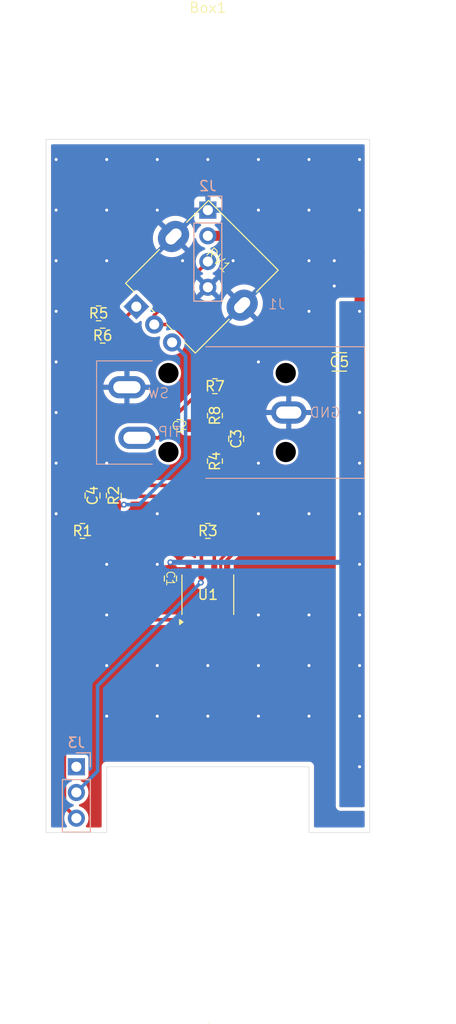
<source format=kicad_pcb>
(kicad_pcb (version 20241229) (generator "pcbnew") (generator_version "9.0")
  (layers (0 "F.Cu" jumper) (2 "B.Cu" signal) (13 "F.Paste" user) (15 "B.Paste" user) (5 "F.SilkS" user "F.Silkscreen") (7 "B.SilkS" user "B.Silkscreen") (1 "F.Mask" user) (3 "B.Mask" user) (25 "Edge.Cuts" user))
  (net 0 "")
  (net 1 "GND")
  (net 2 "IN^{RAW}")
  (net 3 "Net-(C2-Pad2)")
  (net 4 "Net-(U1A-+)")
  (net 5 "+V")
  (net 6 "Net-(U1B--)")
  (net 7 "GNDREF")
  (net 8 "IN")
  (net 9 "IN2")
  (net 10 "OUT")
  (net 12 "Net-(R1-Pad1)")
  (net 13 "Net-(R5-Pad1)")
  (footprint "Mylib:Potentiometer_9mm_MP" (layer "F.Cu") (at 100 76 -45)
    (property "Reference" "RV1" (at 0 -1.5 315) (layer "F.SilkS") (effects (font (thickness 0.1))))
    (property "Value" "B10k Blend")
    (fp_line (start -4.88 6.62) (end -4.88 1.9) (stroke (width 0.12)) (layer "F.SilkS"))
    (fp_line (start -3.69 6.62) (end -4.87 6.62) (stroke (width 0.12)) (layer "F.SilkS"))
    (fp_line (start -0.789999 6.62) (end -1.32 6.62) (stroke (width 0.12)) (layer "F.SilkS"))
    (fp_line (start 1.66 6.62) (end 0.830001 6.62) (stroke (width 0.12)) (layer "F.SilkS"))
    (fp_line (start -4.87 -1.91) (end -4.87 -4.97) (stroke (width 0.12)) (layer "F.SilkS"))
    (fp_line (start 4.87 6.62) (end 3.38 6.62) (stroke (width 0.12)) (layer "F.SilkS"))
    (fp_line (start 4.87 6.62) (end 4.87 1.9) (stroke (width 0.12)) (layer "F.SilkS"))
    (fp_line (start 4.87 -1.91) (end 4.87 -4.97) (stroke (width 0.12)) (layer "F.SilkS"))
    (fp_line (start 4.87 -4.97) (end -4.87 -4.97) (stroke (width 0.12)) (layer "F.SilkS"))
    (pad "1" thru_hole rect (at -2.5 7.5 315) (size 1.8 1.8) (drill 1) (layers "*.Cu" "*.Mask") (net 13 "Net-(R5-Pad1)"))
    (pad "2" thru_hole circle (at 0 7.5 315) (size 1.8 1.8) (drill 1) (layers "*.Cu" "*.Mask") (net 7 "GNDREF"))
    (pad "3" thru_hole circle (at 2.5 7.5 315) (size 1.8 1.8) (drill 1) (layers "*.Cu" "*.Mask") (net 12 "Net-(R1-Pad1)"))
    (pad "MP" thru_hole oval (at -4.800001 0 315) (size 2.72 3.24) (drill oval 1.1 1.8) (layers "*.Cu" "*.Mask") (net 1 "GND"))
    (pad "MP" thru_hole oval (at 4.800001 0 315) (size 2.72 3.24) (drill oval 1.1 1.8) (layers "*.Cu" "*.Mask") (net 1 "GND"))
  )
  (footprint "Resistor_SMD:R_0805_2012Metric_Pad1.20x1.40mm_HandSolder" (layer "F.Cu") (at 100 101.7)
    (property "Reference" "R3" (at -0.000001 0 0) (layer "F.SilkS"))
    (property "Value" "51k")
    (fp_line (start -0.227064 -0.735) (end 0.227064 -0.735) (stroke (width 0.12)) (layer "F.SilkS"))
    (fp_line (start -0.227064 0.735) (end 0.227064 0.735) (stroke (width 0.12)) (layer "F.SilkS"))
    (pad "1" smd roundrect (at -1 0) (size 1.2 1.4) (layers "F.Cu" "F.Mask" "F.Paste") (roundrect_rratio 0.208333) (net 10 "OUT"))
    (pad "2" smd roundrect (at 1 0) (size 1.2 1.4) (layers "F.Cu" "F.Mask" "F.Paste") (roundrect_rratio 0.208333) (net 6 "Net-(U1B--)"))
  )
  (footprint "Resistor_SMD:R_0805_2012Metric_Pad1.20x1.40mm_HandSolder" (layer "F.Cu") (at 87.6 101.7 180)
    (property "Reference" "R1" (at 0 0 0) (layer "F.SilkS"))
    (property "Value" "15k")
    (fp_line (start -0.227064 0.735) (end 0.227064 0.735) (stroke (width 0.12)) (layer "F.SilkS"))
    (fp_line (start -0.227064 -0.735) (end 0.227064 -0.735) (stroke (width 0.12)) (layer "F.SilkS"))
    (pad "1" smd roundrect (at -1 0 180) (size 1.2 1.4) (layers "F.Cu" "F.Mask" "F.Paste") (roundrect_rratio 0.208333) (net 12 "Net-(R1-Pad1)"))
    (pad "2" smd roundrect (at 1 0 180) (size 1.2 1.4) (layers "F.Cu" "F.Mask" "F.Paste") (roundrect_rratio 0.208333) (net 8 "IN"))
  )
  (footprint "Resistor_SMD:R_0805_2012Metric_Pad1.20x1.40mm_HandSolder" (layer "F.Cu") (at 100.7 94.8 -90)
    (property "Reference" "R4" (at 0 0 90) (layer "F.SilkS"))
    (property "Value" "1k")
    (fp_line (start -0.227064 0.735) (end 0.227064 0.735) (stroke (width 0.12)) (layer "F.SilkS"))
    (fp_line (start -0.227064 -0.735) (end 0.227064 -0.735) (stroke (width 0.12)) (layer "F.SilkS"))
    (pad "1" smd roundrect (at -1 0 270) (size 1.2 1.4) (layers "F.Cu" "F.Mask" "F.Paste") (roundrect_rratio 0.208333) (net 3 "Net-(C2-Pad2)"))
    (pad "2" smd roundrect (at 1 0 270) (size 1.2 1.4) (layers "F.Cu" "F.Mask" "F.Paste") (roundrect_rratio 0.208333) (net 4 "Net-(U1A-+)"))
  )
  (footprint "Mylib:1590A" (layer "F.Cu") (at 100 100)
    (property "Reference" "Box1" (at 0 -50 0) (layer "F.SilkS") (effects (font (thickness 0.1))))
    (property "Value" "1590A")
    (fp_line (start 0.05 50.375) (end 0.05 50.375) (stroke (width 0.1)) (layer "F.SilkS"))
  )
  (footprint "Mylib:C_0704_1810Metric" (layer "F.Cu") (at 97.2 91.3)
    (property "Reference" "C2" (at 0 0 0) (layer "F.SilkS") (effects (font (size 0.8 0.8) (thickness 0.1))))
    (property "Value" "0.1uF")
    (fp_line (start -0.25 -0.6) (end 0.25 -0.6) (stroke (width 0.12)) (layer "F.SilkS"))
    (fp_line (start -0.25 0.6) (end 0.25 0.6) (stroke (width 0.12)) (layer "F.SilkS"))
    (pad "1" smd roundrect (at -0.875 0) (size 0.9 1.25) (layers "F.Cu" "F.Mask" "F.Paste") (roundrect_rratio 0.2) (net 2 "IN^{RAW}"))
    (pad "2" smd roundrect (at 0.875 0) (size 0.9 1.25) (layers "F.Cu" "F.Mask" "F.Paste") (roundrect_rratio 0.2) (net 3 "Net-(C2-Pad2)"))
  )
  (footprint "Resistor_SMD:R_0805_2012Metric_Pad1.20x1.40mm_HandSolder" (layer "F.Cu") (at 90.7 98.2 -90)
    (property "Reference" "R2" (at 0 0 90) (layer "F.SilkS"))
    (property "Value" "15k")
    (fp_line (start -0.227064 0.735) (end 0.227064 0.735) (stroke (width 0.12)) (layer "F.SilkS"))
    (fp_line (start -0.227064 -0.735) (end 0.227064 -0.735) (stroke (width 0.12)) (layer "F.SilkS"))
    (pad "1" smd roundrect (at -1 0 270) (size 1.2 1.4) (layers "F.Cu" "F.Mask" "F.Paste") (roundrect_rratio 0.208333) (net 6 "Net-(U1B--)"))
    (pad "2" smd roundrect (at 1 0 270) (size 1.2 1.4) (layers "F.Cu" "F.Mask" "F.Paste") (roundrect_rratio 0.208333) (net 12 "Net-(R1-Pad1)"))
  )
  (footprint "Capacitor_SMD:C_0805_2012Metric_Pad1.18x1.45mm_HandSolder" (layer "F.Cu") (at 102.8 92.6 90)
    (property "Reference" "C3" (at 0 0 90) (layer "F.SilkS"))
    (property "Value" "220pF")
    (fp_line (start -0.261252 -0.735) (end 0.261252 -0.735) (stroke (width 0.12)) (layer "F.SilkS"))
    (fp_line (start -0.261252 0.735) (end 0.261252 0.735) (stroke (width 0.12)) (layer "F.SilkS"))
    (pad "1" smd roundrect (at -1.0375 0 90) (size 1.175 1.45) (layers "F.Cu" "F.Mask" "F.Paste") (roundrect_rratio 0.212766) (net 4 "Net-(U1A-+)"))
    (pad "2" smd roundrect (at 1.0375 0 90) (size 1.175 1.45) (layers "F.Cu" "F.Mask" "F.Paste") (roundrect_rratio 0.212766) (net 7 "GNDREF"))
  )
  (footprint "Package_SO:SOIC-8_3.9x4.9mm_P1.27mm" (layer "F.Cu") (at 100 108 90)
    (property "Reference" "U1" (at 0 0 0) (layer "F.SilkS"))
    (property "Value" "OPA1656")
    (fp_line (start 0 -2.56) (end 1.95 -2.56) (stroke (width 0.12)) (layer "F.SilkS"))
    (fp_line (start 0 -2.56) (end -1.95 -2.56) (stroke (width 0.12)) (layer "F.SilkS"))
    (fp_line (start 0 2.56) (end 1.95 2.56) (stroke (width 0.12)) (layer "F.SilkS"))
    (fp_line (start 0 2.56) (end -1.95 2.56) (stroke (width 0.12)) (layer "F.SilkS"))
    (fp_poly (pts (xy -2.7 -2.465) (xy -2.94 -2.795) (xy -2.46 -2.795)) (stroke (width 0.12)) (fill yes) (layer "F.SilkS"))
    (pad "1" smd roundrect (at -2.475 -1.905 90) (size 1.95 0.6) (layers "F.Cu" "F.Mask" "F.Paste") (net 9 "IN2"))
    (pad "2" smd roundrect (at -2.475 -0.635 90) (size 1.95 0.6) (layers "F.Cu" "F.Mask" "F.Paste") (net 9 "IN2"))
    (pad "3" smd roundrect (at -2.475 0.635 90) (size 1.95 0.6) (layers "F.Cu" "F.Mask" "F.Paste") (net 4 "Net-(U1A-+)"))
    (pad "4" smd roundrect (at -2.475 1.905 90) (size 1.95 0.6) (layers "F.Cu" "F.Mask" "F.Paste") (net 1 "GND"))
    (pad "5" smd roundrect (at 2.475 1.905 90) (size 1.95 0.6) (layers "F.Cu" "F.Mask" "F.Paste") (net 7 "GNDREF"))
    (pad "6" smd roundrect (at 2.475 0.635 90) (size 1.95 0.6) (layers "F.Cu" "F.Mask" "F.Paste") (net 6 "Net-(U1B--)"))
    (pad "7" smd roundrect (at 2.475 -0.635 90) (size 1.95 0.6) (layers "F.Cu" "F.Mask" "F.Paste") (net 10 "OUT"))
    (pad "8" smd roundrect (at 2.475 -1.905 90) (size 1.95 0.6) (layers "F.Cu" "F.Mask" "F.Paste") (net 5 "+V"))
  )
  (footprint "Capacitor_SMD:C_1206_3216Metric_Pad1.33x1.80mm_HandSolder" (layer "F.Cu") (at 113 85 180)
    (property "Reference" "C5" (at 0 0 0) (layer "F.SilkS"))
    (property "Value" "22uF")
    (fp_line (start -0.711252 0.91) (end 0.711252 0.91) (stroke (width 0.12)) (layer "F.SilkS"))
    (fp_line (start -0.711252 -0.91) (end 0.711252 -0.91) (stroke (width 0.12)) (layer "F.SilkS"))
    (pad "1" smd roundrect (at -1.5625 0 180) (size 1.325 1.8) (layers "F.Cu" "F.Mask" "F.Paste") (roundrect_rratio 0.188679) (net 5 "+V"))
    (pad "2" smd roundrect (at 1.5625 0 180) (size 1.325 1.8) (layers "F.Cu" "F.Mask" "F.Paste") (roundrect_rratio 0.188679) (net 1 "GND"))
  )
  (footprint "Resistor_SMD:R_0805_2012Metric_Pad1.20x1.40mm_HandSolder" (layer "F.Cu") (at 89.2 80.2 180)
    (property "Reference" "R5" (at 0 0 0) (layer "F.SilkS"))
    (property "Value" "10k")
    (fp_line (start -0.227064 0.735) (end 0.227064 0.735) (stroke (width 0.12)) (layer "F.SilkS"))
    (fp_line (start -0.227064 -0.735) (end 0.227064 -0.735) (stroke (width 0.12)) (layer "F.SilkS"))
    (pad "1" smd roundrect (at -1 0 180) (size 1.2 1.4) (layers "F.Cu" "F.Mask" "F.Paste") (roundrect_rratio 0.208333) (net 13 "Net-(R5-Pad1)"))
    (pad "2" smd roundrect (at 1 0 180) (size 1.2 1.4) (layers "F.Cu" "F.Mask" "F.Paste") (roundrect_rratio 0.208333) (net 9 "IN2"))
  )
  (footprint "Resistor_SMD:R_0805_2012Metric_Pad1.20x1.40mm_HandSolder" (layer "F.Cu") (at 89.6 82.4)
    (property "Reference" "R6" (at 0 0 0) (layer "F.SilkS"))
    (property "Value" "10k")
    (fp_line (start -0.227064 -0.735) (end 0.227064 -0.735) (stroke (width 0.12)) (layer "F.SilkS"))
    (fp_line (start -0.227064 0.735) (end 0.227064 0.735) (stroke (width 0.12)) (layer "F.SilkS"))
    (pad "1" smd roundrect (at -1 0) (size 1.2 1.4) (layers "F.Cu" "F.Mask" "F.Paste") (roundrect_rratio 0.208333) (net 6 "Net-(U1B--)"))
    (pad "2" smd roundrect (at 1 0) (size 1.2 1.4) (layers "F.Cu" "F.Mask" "F.Paste") (roundrect_rratio 0.208333) (net 13 "Net-(R5-Pad1)"))
  )
  (footprint "Resistor_SMD:R_0805_2012Metric_Pad1.20x1.40mm_HandSolder" (layer "F.Cu") (at 100.7 90.3 90)
    (property "Reference" "R8" (at 0 0 90) (layer "F.SilkS"))
    (property "Value" "470k")
    (fp_line (start -0.227064 -0.735) (end 0.227064 -0.735) (stroke (width 0.12)) (layer "F.SilkS"))
    (fp_line (start -0.227064 0.735) (end 0.227064 0.735) (stroke (width 0.12)) (layer "F.SilkS"))
    (pad "1" smd roundrect (at -1 0 90) (size 1.2 1.4) (layers "F.Cu" "F.Mask" "F.Paste") (roundrect_rratio 0.208333) (net 3 "Net-(C2-Pad2)"))
    (pad "2" smd roundrect (at 1 0 90) (size 1.2 1.4) (layers "F.Cu" "F.Mask" "F.Paste") (roundrect_rratio 0.208333) (net 7 "GNDREF"))
  )
  (footprint "Mylib:C_0704_1810Metric" (layer "F.Cu") (at 96.3 106.4 -90)
    (property "Reference" "C1" (at 0 0 270) (layer "F.SilkS") (effects (font (size 0.8 0.8) (thickness 0.1))))
    (property "Value" "0.1uF")
    (fp_line (start -0.25 0.6) (end 0.25 0.6) (stroke (width 0.12)) (layer "F.SilkS"))
    (fp_line (start -0.25 -0.6) (end 0.25 -0.6) (stroke (width 0.12)) (layer "F.SilkS"))
    (pad "1" smd roundrect (at -0.875 0 270) (size 0.9 1.25) (layers "F.Cu" "F.Mask" "F.Paste") (roundrect_rratio 0.2) (net 5 "+V"))
    (pad "2" smd roundrect (at 0.875 0 270) (size 0.9 1.25) (layers "F.Cu" "F.Mask" "F.Paste") (roundrect_rratio 0.2) (net 1 "GND"))
  )
  (footprint "Resistor_SMD:R_0805_2012Metric_Pad1.20x1.40mm_HandSolder" (layer "F.Cu") (at 100.7 87.4)
    (property "Reference" "R7" (at 0 0 0) (layer "F.SilkS"))
    (property "Value" "1M0")
    (fp_line (start -0.227064 -0.735) (end 0.227064 -0.735) (stroke (width 0.12)) (layer "F.SilkS"))
    (fp_line (start -0.227064 0.735) (end 0.227064 0.735) (stroke (width 0.12)) (layer "F.SilkS"))
    (pad "1" smd roundrect (at -1 0) (size 1.2 1.4) (layers "F.Cu" "F.Mask" "F.Paste") (roundrect_rratio 0.208333) (net 2 "IN^{RAW}"))
    (pad "2" smd roundrect (at 1 0) (size 1.2 1.4) (layers "F.Cu" "F.Mask" "F.Paste") (roundrect_rratio 0.208333) (net 1 "GND"))
  )
  (footprint "Capacitor_SMD:C_0805_2012Metric_Pad1.18x1.45mm_HandSolder" (layer "F.Cu") (at 88.6 98.2 90)
    (property "Reference" "C4" (at 0 0 90) (layer "F.SilkS"))
    (property "Value" "47pF")
    (fp_line (start -0.261252 -0.735) (end 0.261252 -0.735) (stroke (width 0.12)) (layer "F.SilkS"))
    (fp_line (start -0.261252 0.735) (end 0.261252 0.735) (stroke (width 0.12)) (layer "F.SilkS"))
    (pad "1" smd roundrect (at -1.0375 0 90) (size 1.175 1.45) (layers "F.Cu" "F.Mask" "F.Paste") (roundrect_rratio 0.212766) (net 10 "OUT"))
    (pad "2" smd roundrect (at 1.0375 0 90) (size 1.175 1.45) (layers "F.Cu" "F.Mask" "F.Paste") (roundrect_rratio 0.212766) (net 6 "Net-(U1B--)"))
  )
  (footprint "Connector_PinHeader_2.54mm:PinHeader_1x04_P2.54mm_Vertical" (layer "B.Cu") (at 100 70 180)
    (property "Reference" "J2" (at 0 2.38 0) (layer "B.SilkS") (effects (justify mirror)))
    (property "Value" "Conn_01x04_Pin")
    (fp_line (start 1.38 -1.27) (end 1.38 -9) (stroke (width 0.12)) (layer "B.SilkS"))
    (fp_line (start -1.38 1.38) (end 0 1.38) (stroke (width 0.12)) (layer "B.SilkS"))
    (fp_line (start -1.38 0) (end -1.38 1.38) (stroke (width 0.12)) (layer "B.SilkS"))
    (fp_line (start -1.38 -1.27) (end 1.38 -1.27) (stroke (width 0.12)) (layer "B.SilkS"))
    (fp_line (start -1.38 -1.27) (end -1.38 -9) (stroke (width 0.12)) (layer "B.SilkS"))
    (fp_line (start -1.38 -9) (end 1.38 -9) (stroke (width 0.12)) (layer "B.SilkS"))
    (pad "1" thru_hole rect (at 0 0 180) (size 1.7 1.7) (drill 1) (layers "*.Cu" "*.Mask") (net 1 "GND"))
    (pad "2" thru_hole circle (at 0 -2.54 180) (size 1.7 1.7) (drill 1) (layers "*.Cu" "*.Mask") (net 5 "+V"))
    (pad "3" thru_hole circle (at 0 -5.08 180) (size 1.7 1.7) (drill 1) (layers "*.Cu" "*.Mask") (net 7 "GNDREF"))
    (pad "4" thru_hole circle (at 0 -7.62 180) (size 1.7 1.7) (drill 1) (layers "*.Cu" "*.Mask") (net 1 "GND"))
  )
  (footprint "Mylib:CK-6.35" (layer "B.Cu") (at 108 90 180)
    (property "Reference" "J1" (at 1.2 10.7 0) (layer "B.SilkS") (effects (font (thickness 0.1)) (justify mirror)))
    (property "Value" "AudioJack2_Ground")
    (fp_line (start 19 5.1) (end 19 -5.1) (stroke (width 0.1)) (layer "B.SilkS"))
    (fp_line (start 19 -5.1) (end 13.5 -5.1) (stroke (width 0.1)) (layer "B.SilkS"))
    (fp_line (start 13.5 5.1) (end 19 5.1) (stroke (width 0.1)) (layer "B.SilkS"))
    (fp_line (start -7.5 6.5) (end 8.2 6.5) (stroke (width 0.1)) (layer "B.SilkS"))
    (fp_line (start -7.5 6.5) (end -7.5 -6.5) (stroke (width 0.1)) (layer "B.SilkS"))
    (fp_line (start -7.5 -6.5) (end 8.2 -6.5) (stroke (width 0.1)) (layer "B.SilkS"))
    (fp_text user "SW" (at 14 2.5 0) (layer "B.SilkS") (effects (font (thickness 0.1)) (justify right top mirror)))
    (fp_text user "TIP" (at 13 -2.5 0) (layer "B.SilkS") (effects (font (thickness 0.1)) (justify right bottom mirror)))
    (fp_text user "GND" (at -2 0 0) (layer "B.SilkS") (effects (font (thickness 0.1)) (justify right mirror)))
    (pad "" np_thru_hole circle (at 0.3 -3.9 180) (size 2.54 2.54) (drill 2) (layers "*.Mask"))
    (pad "" np_thru_hole circle (at 0.3 3.9 180) (size 2.54 2.54) (drill 2) (layers "*.Mask"))
    (pad "" np_thru_hole circle (at 11.9 -3.9 180) (size 2.54 2.54) (drill 2) (layers "*.Mask"))
    (pad "" np_thru_hole circle (at 11.9 3.9 180) (size 2.54 2.54) (drill 2) (layers "*.Mask"))
    (pad "G" thru_hole oval (at 0 0 180) (size 3.5 2.2) (drill oval 2.5 1.2) (layers "*.Cu" "*.Mask") (net 1 "GND"))
    (pad "S" thru_hole oval (at 16 2.5 180) (size 3.7 2.2) (drill oval 2.7 1.2) (layers "*.Cu" "*.Mask") (net 1 "GND"))
    (pad "T" thru_hole oval (at 15 -2.5 180) (size 3.7 2.2) (drill oval 2.7 1.2) (layers "*.Cu" "*.Mask") (net 2 "IN^{RAW}"))
  )
  (footprint "Connector_PinHeader_2.54mm:PinHeader_1x03_P2.54mm_Vertical" (layer "B.Cu") (at 87 125 180)
    (property "Reference" "J3" (at 0 2.38 0) (layer "B.SilkS") (effects (justify mirror)))
    (property "Value" "Conn_01x03_Pin")
    (fp_line (start 1.38 -1.27) (end 1.38 -6.46) (stroke (width 0.12)) (layer "B.SilkS"))
    (fp_line (start -1.38 1.38) (end 0 1.38) (stroke (width 0.12)) (layer "B.SilkS"))
    (fp_line (start -1.38 0) (end -1.38 1.38) (stroke (width 0.12)) (layer "B.SilkS"))
    (fp_line (start -1.38 -1.27) (end 1.38 -1.27) (stroke (width 0.12)) (layer "B.SilkS"))
    (fp_line (start -1.38 -1.27) (end -1.38 -6.46) (stroke (width 0.12)) (layer "B.SilkS"))
    (fp_line (start -1.38 -6.46) (end 1.38 -6.46) (stroke (width 0.12)) (layer "B.SilkS"))
    (pad "1" thru_hole rect (at 0 0 180) (size 1.7 1.7) (drill 1) (layers "*.Cu" "*.Mask"))
    (pad "2" thru_hole circle (at 0 -2.54 180) (size 1.7 1.7) (drill 1) (layers "*.Cu" "*.Mask") (net 10 "OUT"))
    (pad "3" thru_hole circle (at 0 -5.08 180) (size 1.7 1.7) (drill 1) (layers "*.Cu" "*.Mask") (net 8 "IN"))
  )
  (gr_line (start 116 131.5) (end 116 63) (stroke (width 0.05)) (layer "Edge.Cuts"))
  (gr_line (start 84 131.5) (end 90 131.5) (stroke (width 0.05)) (layer "Edge.Cuts"))
  (gr_line (start 116 63) (end 84 63) (stroke (width 0.05)) (layer "Edge.Cuts"))
  (gr_line (start 90 125) (end 110 125) (stroke (width 0.05)) (layer "Edge.Cuts"))
  (gr_line (start 110 131.5) (end 116 131.5) (stroke (width 0.05)) (layer "Edge.Cuts"))
  (gr_line (start 90 131.5) (end 90 125) (stroke (width 0.05)) (layer "Edge.Cuts"))
  (gr_line (start 84 63) (end 84 131.5) (stroke (width 0.05)) (layer "Edge.Cuts"))
  (gr_line (start 110 125) (end 110 131.5) (stroke (width 0.05)) (layer "Edge.Cuts"))
  (segment (start 108 90) (end 104.3 90) (width 0.5) (layer "F.Cu") (net 1))
  (segment (start 104.3 90) (end 101.7 87.4) (width 0.5) (layer "F.Cu") (net 1))
  (via (at 85 80) (size 0.6) (drill 0.3) (layers "F.Cu" "B.Cu") (net 1))
  (via (at 102.5 75) (size 0.6) (drill 0.3) (layers "F.Cu" "B.Cu") (net 1))
  (via (at 95 100) (size 0.6) (drill 0.3) (layers "F.Cu" "B.Cu") (net 1))
  (via (at 85 85) (size 0.6) (drill 0.3) (layers "F.Cu" "B.Cu") (net 1))
  (via (at 100 120) (size 0.6) (drill 0.3) (layers "F.Cu" "B.Cu") (net 1))
  (via (at 115 70) (size 0.6) (drill 0.3) (layers "F.Cu" "B.Cu") (net 1))
  (via (at 95 115) (size 0.6) (drill 0.3) (layers "F.Cu" "B.Cu") (net 1))
  (via (at 90 70) (size 0.6) (drill 0.3) (layers "F.Cu" "B.Cu") (net 1))
  (via (at 110 65) (size 0.6) (drill 0.3) (layers "F.Cu" "B.Cu") (net 1))
  (via (at 110 100) (size 0.6) (drill 0.3) (layers "F.Cu" "B.Cu") (net 1))
  (via (at 110 75) (size 0.6) (drill 0.3) (layers "F.Cu" "B.Cu") (net 1))
  (via (at 110 80) (size 0.6) (drill 0.3) (layers "F.Cu" "B.Cu") (net 1))
  (via (at 95 120) (size 0.6) (drill 0.3) (layers "F.Cu" "B.Cu") (net 1))
  (via (at 90 75) (size 0.6) (drill 0.3) (layers "F.Cu" "B.Cu") (net 1))
  (via (at 115 65) (size 0.6) (drill 0.3) (layers "F.Cu" "B.Cu") (net 1))
  (via (at 110 120) (size 0.6) (drill 0.3) (layers "F.Cu" "B.Cu") (net 1))
  (via (at 85 90) (size 0.6) (drill 0.3) (layers "F.Cu" "B.Cu") (net 1))
  (via (at 85 100) (size 0.6) (drill 0.3) (layers "F.Cu" "B.Cu") (net 1))
  (via (at 105 115) (size 0.6) (drill 0.3) (layers "F.Cu" "B.Cu") (net 1))
  (via (at 90 105) (size 0.6) (drill 0.3) (layers "F.Cu" "B.Cu") (net 1))
  (via (at 95 70) (size 0.6) (drill 0.3) (layers "F.Cu" "B.Cu") (net 1))
  (via (at 105 110) (size 0.6) (drill 0.3) (layers "F.Cu" "B.Cu") (net 1))
  (via (at 112.5 77.5) (size 0.6) (drill 0.3) (layers "F.Cu" "B.Cu") (net 1))
  (via (at 97.5 75) (size 0.6) (drill 0.3) (layers "F.Cu" "B.Cu") (net 1))
  (via (at 100 65) (size 0.6) (drill 0.3) (layers "F.Cu" "B.Cu") (net 1))
  (via (at 90 65) (size 0.6) (drill 0.3) (layers "F.Cu" "B.Cu") (net 1))
  (via (at 85 70) (size 0.6) (drill 0.3) (layers "F.Cu" "B.Cu") (net 1))
  (via (at 110 110) (size 0.6) (drill 0.3) (layers "F.Cu" "B.Cu") (net 1))
  (via (at 110 70) (size 0.6) (drill 0.3) (layers "F.Cu" "B.Cu") (net 1))
  (via (at 112.5 75) (size 0.6) (drill 0.3) (layers "F.Cu" "B.Cu") (net 1))
  (via (at 105 95) (size 0.6) (drill 0.3) (layers "F.Cu" "B.Cu") (net 1))
  (via (at 105 65) (size 0.6) (drill 0.3) (layers "F.Cu" "B.Cu") (net 1))
  (via (at 90 110) (size 0.6) (drill 0.3) (layers "F.Cu" "B.Cu") (net 1))
  (via (at 105 70) (size 0.6) (drill 0.3) (layers "F.Cu" "B.Cu") (net 1))
  (via (at 85 65) (size 0.6) (drill 0.3) (layers "F.Cu" "B.Cu") (net 1))
  (via (at 110 115) (size 0.6) (drill 0.3) (layers "F.Cu" "B.Cu") (net 1))
  (via (at 90 115) (size 0.6) (drill 0.3) (layers "F.Cu" "B.Cu") (net 1))
  (via (at 105 120) (size 0.6) (drill 0.3) (layers "F.Cu" "B.Cu") (net 1))
  (via (at 95 65) (size 0.6) (drill 0.3) (layers "F.Cu" "B.Cu") (net 1))
  (via (at 90 120) (size 0.6) (drill 0.3) (layers "F.Cu" "B.Cu") (net 1))
  (via (at 85 75) (size 0.6) (drill 0.3) (layers "F.Cu" "B.Cu") (net 1))
  (via (at 95 105) (size 0.6) (drill 0.3) (layers "F.Cu" "B.Cu") (net 1))
  (via (at 90 95) (size 0.6) (drill 0.3) (layers "F.Cu" "B.Cu") (net 1))
  (via (at 105 85) (size 0.6) (drill 0.3) (layers "F.Cu" "B.Cu") (net 1))
  (via (at 85 95) (size 0.6) (drill 0.3) (layers "F.Cu" "B.Cu") (net 1))
  (via (at 100 115) (size 0.6) (drill 0.3) (layers "F.Cu" "B.Cu") (net 1))
  (via (at 105 100) (size 0.6) (drill 0.3) (layers "F.Cu" "B.Cu") (net 1))
  (segment (start 95.125 92.5) (end 96.325 91.3) (width 0.35) (layer "F.Cu") (net 2))
  (segment (start 99.7 87.4) (end 96.325 90.775) (width 0.35) (layer "F.Cu") (net 2))
  (segment (start 96.325 90.775) (end 96.325 91.3) (width 0.35) (layer "F.Cu") (net 2))
  (segment (start 93 92.5) (end 95.125 92.5) (width 0.35) (layer "F.Cu") (net 2))
  (segment (start 100.7 91.3) (end 100.7 93.8) (width 0.35) (layer "F.Cu") (net 3))
  (segment (start 98.075 91.3) (end 100.7 91.3) (width 0.35) (layer "F.Cu") (net 3))
  (segment (start 101.275 104.506517) (end 101.275 108.88) (width 0.3) (layer "F.Cu") (net 4))
  (segment (start 100.7 96.2) (end 102.2 97.7) (width 0.3) (layer "F.Cu") (net 4))
  (segment (start 101.275 108.88) (end 100.635 109.52) (width 0.3) (layer "F.Cu") (net 4))
  (segment (start 102.2 97.7) (end 102.2 103.581517) (width 0.3) (layer "F.Cu") (net 4))
  (segment (start 100.7 95.8) (end 100.7 96.2) (width 0.35) (layer "F.Cu") (net 4))
  (segment (start 102.2 103.581517) (end 101.275 104.506517) (width 0.3) (layer "F.Cu") (net 4))
  (segment (start 100.635 109.52) (end 100.635 110.475) (width 0.3) (layer "F.Cu") (net 4))
  (segment (start 100.7 95.7375) (end 102.8 93.6375) (width 0.35) (layer "F.Cu") (net 4))
  (segment (start 100.7 95.8) (end 100.7 95.7375) (width 0.35) (layer "F.Cu") (net 4))
  (segment (start 96.3 105.525) (end 98.095 105.525) (width 0.5) (layer "F.Cu") (net 5))
  (segment (start 100 72.54) (end 113.54 72.54) (width 1) (layer "F.Cu") (net 5))
  (segment (start 115 74) (end 115 80) (width 1) (layer "F.Cu") (net 5))
  (segment (start 115 80) (end 115 84.5625) (width 1) (layer "F.Cu") (net 5))
  (segment (start 113.54 72.54) (end 115 74) (width 1) (layer "F.Cu") (net 5))
  (segment (start 115 84.5625) (end 114.5625 85) (width 1) (layer "F.Cu") (net 5))
  (segment (start 96.3 105.525) (end 96.3 104.8) (width 0.5) (layer "F.Cu") (net 5))
  (via (at 115 100) (size 0.6) (drill 0.3) (layers "F.Cu" "B.Cu") (net 5))
  (via (at 115 125) (size 0.6) (drill 0.3) (layers "F.Cu" "B.Cu") (net 5))
  (via (at 115 120) (size 0.6) (drill 0.3) (layers "F.Cu" "B.Cu") (net 5))
  (via (at 115 95) (size 0.6) (drill 0.3) (layers "F.Cu" "B.Cu") (net 5))
  (via (at 115 105) (size 0.6) (drill 0.3) (layers "F.Cu" "B.Cu") (net 5))
  (via (at 115 90) (size 0.6) (drill 0.3) (layers "F.Cu" "B.Cu") (net 5))
  (via (at 115 80) (size 0.6) (drill 0.3) (layers "F.Cu" "B.Cu") (net 5))
  (via (at 115 110) (size 0.6) (drill 0.3) (layers "F.Cu" "B.Cu") (net 5))
  (via (at 96.3 104.8) (size 0.6) (drill 0.3) (layers "F.Cu" "B.Cu") (net 5))
  (via (at 115 115) (size 0.6) (drill 0.3) (layers "F.Cu" "B.Cu") (net 5))
  (segment (start 96.3 104.8) (end 114.8 104.8) (width 0.5) (layer "B.Cu") (net 5))
  (segment (start 114.8 104.8) (end 115 105) (width 0.5) (layer "B.Cu") (net 5))
  (segment (start 100.635 105.525) (end 100.635 102.065) (width 0.35) (layer "F.Cu") (net 6))
  (segment (start 88.6 97.1625) (end 90.6625 97.1625) (width 0.35) (layer "F.Cu") (net 6))
  (segment (start 90.7 97.2) (end 96.5 97.2) (width 0.35) (layer "F.Cu") (net 6))
  (segment (start 88.1 82.9) (end 88.1 96.6625) (width 0.35) (layer "F.Cu") (net 6))
  (segment (start 88.6 82.4) (end 88.1 82.9) (width 0.35) (layer "F.Cu") (net 6))
  (segment (start 90.6625 97.1625) (end 90.7 97.2) (width 0.35) (layer "F.Cu") (net 6))
  (segment (start 100.635 102.065) (end 101 101.7) (width 0.35) (layer "F.Cu") (net 6))
  (segment (start 96.5 97.2) (end 101 101.7) (width 0.35) (layer "F.Cu") (net 6))
  (segment (start 88.1 96.6625) (end 88.6 97.1625) (width 0.35) (layer "F.Cu") (net 6))
  (segment (start 102.8 91.5625) (end 102.8 91.4) (width 0.35) (layer "F.Cu") (net 7))
  (segment (start 101.905001 104.549682) (end 102.676 103.778683) (width 0.35) (layer "F.Cu") (net 7))
  (segment (start 102.8 91.4) (end 100.7 89.3) (width 0.35) (layer "F.Cu") (net 7))
  (segment (start 103.851 92.6135) (end 102.8 91.5625) (width 0.35) (layer "F.Cu") (net 7))
  (segment (start 102.676 95.524) (end 103.851 94.349) (width 0.35) (layer "F.Cu") (net 7))
  (segment (start 94.696699 80.383301) (end 94.696699 81.303301) (width 0.35) (layer "F.Cu") (net 7))
  (segment (start 103.851 94.349) (end 103.851 92.6135) (width 0.35) (layer "F.Cu") (net 7))
  (segment (start 100.7 85.572775) (end 96.430526 81.303301) (width 0.35) (layer "F.Cu") (net 7))
  (segment (start 101.905001 105.525001) (end 101.905001 104.549682) (width 0.35) (layer "F.Cu") (net 7))
  (segment (start 100 75.08) (end 94.696699 80.383301) (width 0.35) (layer "F.Cu") (net 7))
  (segment (start 102.676 103.778683) (end 102.676 95.524) (width 0.35) (layer "F.Cu") (net 7))
  (segment (start 100.7 89.3) (end 100.7 85.572775) (width 0.35) (layer "F.Cu") (net 7))
  (segment (start 96.430526 81.303301) (end 94.696699 81.303301) (width 0.35) (layer "F.Cu") (net 7))
  (segment (start 85.824 102.476) (end 85.824 128.904) (width 0.35) (layer "F.Cu") (net 8))
  (segment (start 86.6 101.7) (end 85.824 102.476) (width 0.35) (layer "F.Cu") (net 8))
  (segment (start 85.824 128.904) (end 87 130.08) (width 0.35) (layer "F.Cu") (net 8))
  (segment (start 93.874999 110.474999) (end 98.094999 110.474999) (width 0.35) (layer "F.Cu") (net 9))
  (segment (start 87.549 80.851) (end 87.549 104.149) (width 0.35) (layer "F.Cu") (net 9))
  (segment (start 98.094999 110.474999) (end 99.365 110.475) (width 0.35) (layer "F.Cu") (net 9))
  (segment (start 87.549 104.149) (end 93.874999 110.474999) (width 0.35) (layer "F.Cu") (net 9))
  (segment (start 88.2 80.2) (end 87.549 80.851) (width 0.35) (layer "F.Cu") (net 9))
  (segment (start 99 100.6) (end 96.674 98.274) (width 0.35) (layer "F.Cu") (net 10))
  (segment (start 99 101.7) (end 99 100.6) (width 0.35) (layer "F.Cu") (net 10))
  (segment (start 99.365 105.525) (end 99.365 102.065) (width 0.35) (layer "F.Cu") (net 10))
  (segment (start 96.674 98.274) (end 89.5635 98.274) (width 0.35) (layer "F.Cu") (net 10))
  (segment (start 89.5635 98.274) (end 88.6 99.2375) (width 0.35) (layer "F.Cu") (net 10))
  (segment (start 99.365 105.525) (end 99.365 106.735) (width 0.35) (layer "F.Cu") (net 10))
  (segment (start 99.365 106.735) (end 99.3 106.8) (width 0.35) (layer "F.Cu") (net 10))
  (segment (start 99.365 102.065) (end 99 101.7) (width 0.35) (layer "F.Cu") (net 10))
  (via (at 99.3 106.8) (size 0.6) (drill 0.3) (layers "F.Cu" "B.Cu") (net 10))
  (segment (start 89.1 117) (end 89.1 125.44) (width 0.35) (layer "B.Cu") (net 10))
  (segment (start 99.3 106.8) (end 89.1 117) (width 0.35) (layer "B.Cu") (net 10))
  (segment (start 89.1 125.44) (end 87 127.54) (width 0.35) (layer "B.Cu") (net 10))
  (segment (start 91.6 99.2) (end 91.7 99.1) (width 0.35) (layer "F.Cu") (net 12))
  (segment (start 90.7 99.2) (end 91.6 99.2) (width 0.35) (layer "F.Cu") (net 12))
  (segment (start 88.6 101.3) (end 90.7 99.2) (width 0.35) (layer "F.Cu") (net 12))
  (segment (start 88.6 101.7) (end 88.6 101.3) (width 0.35) (layer "F.Cu") (net 12))
  (via (at 91.7 99.1) (size 0.6) (drill 0.3) (layers "F.Cu" "B.Cu") (net 12))
  (segment (start 97.8 84.406601) (end 96.464465 83.071066) (width 0.35) (layer "B.Cu") (net 12))
  (segment (start 91.7 99.1) (end 93.2 99.1) (width 0.35) (layer "B.Cu") (net 12))
  (segment (start 93.2 99.1) (end 97.8 94.5) (width 0.35) (layer "B.Cu") (net 12))
  (segment (start 97.8 94.5) (end 97.8 84.406601) (width 0.35) (layer "B.Cu") (net 12))
  (segment (start 90.2 82) (end 90.6 82.4) (width 0.35) (layer "F.Cu") (net 13))
  (segment (start 90.2 80.2) (end 90.2 82) (width 0.35) (layer "F.Cu") (net 13))
  (segment (start 90.6 82.4) (end 90.6 81.864466) (width 0.35) (layer "F.Cu") (net 13))
  (segment (start 90.6 81.864466) (end 92.928933 79.535533) (width 0.35) (layer "F.Cu") (net 13))
  (zone (net 1) (net_name "GND") (layers "F.Cu" "B.Cu") (connect_pads (clearance 0.35)) (min_thickness 0.25) (fill yes (thermal_gap 0.5) (thermal_bridge_width 0.5) (smoothing chamfer) (radius 1))
    (polygon (pts (xy 80 54) (xy 120 54) (xy 120 140) (xy 100 140) (xy 100 132) (xy 80 132)))
  )
  (zone (net 5) (net_name "+V") (layers "F.Cu" "B.Cu") (priority 2) (connect_pads (clearance 0.35)) (min_thickness 0.25) (fill yes (thermal_gap 0.5) (thermal_bridge_width 0.5))
    (polygon (pts (xy 113 79) (xy 116 79) (xy 116 129) (xy 113 129)))
  )
)
</source>
